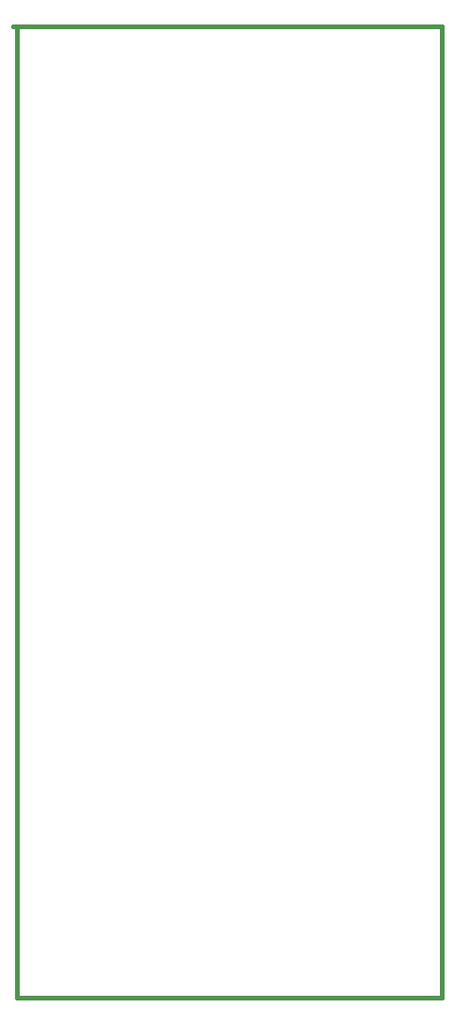
<source format=gbr>
G04 (created by PCBNEW-RS274X (2012-apr-16-27)-stable) date Thu 18 Jun 2015 14:37:37 CEST*
G01*
G70*
G90*
%MOIN*%
G04 Gerber Fmt 3.4, Leading zero omitted, Abs format*
%FSLAX34Y34*%
G04 APERTURE LIST*
%ADD10C,0.006000*%
%ADD11C,0.015000*%
G04 APERTURE END LIST*
G54D10*
G54D11*
X49460Y-50960D02*
X49460Y-16580D01*
X64520Y-50960D02*
X49460Y-50960D01*
X64520Y-16560D02*
X64520Y-50960D01*
X49320Y-16560D02*
X64520Y-16560D01*
M02*

</source>
